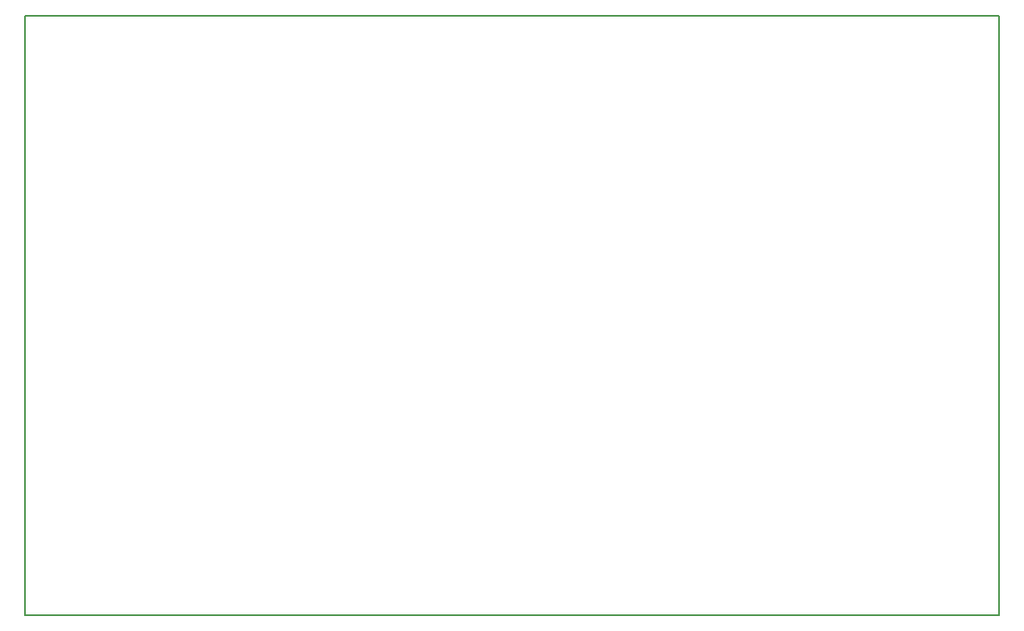
<source format=gbr>
%TF.GenerationSoftware,KiCad,Pcbnew,(5.1.9)-1*%
%TF.CreationDate,2021-02-15T00:05:21-06:00*%
%TF.ProjectId,coleco-adam-ade-pro-shield,636f6c65-636f-42d6-9164-616d2d616465,rev?*%
%TF.SameCoordinates,Original*%
%TF.FileFunction,Profile,NP*%
%FSLAX46Y46*%
G04 Gerber Fmt 4.6, Leading zero omitted, Abs format (unit mm)*
G04 Created by KiCad (PCBNEW (5.1.9)-1) date 2021-02-15 00:05:21*
%MOMM*%
%LPD*%
G01*
G04 APERTURE LIST*
%TA.AperFunction,Profile*%
%ADD10C,0.150000*%
%TD*%
G04 APERTURE END LIST*
D10*
X202438000Y-60706000D02*
X202438000Y-121666000D01*
X103378000Y-60706000D02*
X202438000Y-60706000D01*
X103378000Y-121666000D02*
X103378000Y-60706000D01*
X202438000Y-121666000D02*
X103378000Y-121666000D01*
M02*

</source>
